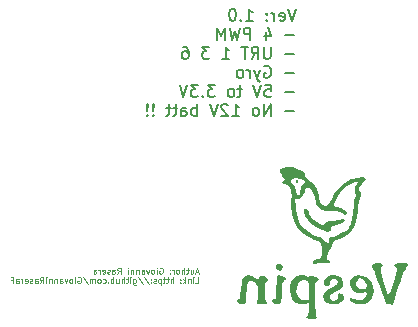
<source format=gbr>
%TF.GenerationSoftware,KiCad,Pcbnew,6.0.7-f9a2dced07~116~ubuntu22.04.1*%
%TF.CreationDate,2022-08-22T17:29:25+02:00*%
%TF.ProjectId,DroneHardware,44726f6e-6548-4617-9264-776172652e6b,rev?*%
%TF.SameCoordinates,Original*%
%TF.FileFunction,Legend,Bot*%
%TF.FilePolarity,Positive*%
%FSLAX46Y46*%
G04 Gerber Fmt 4.6, Leading zero omitted, Abs format (unit mm)*
G04 Created by KiCad (PCBNEW 6.0.7-f9a2dced07~116~ubuntu22.04.1) date 2022-08-22 17:29:25*
%MOMM*%
%LPD*%
G01*
G04 APERTURE LIST*
%ADD10C,0.150000*%
%ADD11C,0.100000*%
G04 APERTURE END LIST*
D10*
X153907261Y-87067380D02*
X153573928Y-88067380D01*
X153240595Y-87067380D01*
X152526309Y-88019761D02*
X152621547Y-88067380D01*
X152812023Y-88067380D01*
X152907261Y-88019761D01*
X152954880Y-87924523D01*
X152954880Y-87543571D01*
X152907261Y-87448333D01*
X152812023Y-87400714D01*
X152621547Y-87400714D01*
X152526309Y-87448333D01*
X152478690Y-87543571D01*
X152478690Y-87638809D01*
X152954880Y-87734047D01*
X152050119Y-88067380D02*
X152050119Y-87400714D01*
X152050119Y-87591190D02*
X152002500Y-87495952D01*
X151954880Y-87448333D01*
X151859642Y-87400714D01*
X151764404Y-87400714D01*
X151431071Y-87972142D02*
X151383452Y-88019761D01*
X151431071Y-88067380D01*
X151478690Y-88019761D01*
X151431071Y-87972142D01*
X151431071Y-88067380D01*
X151431071Y-87448333D02*
X151383452Y-87495952D01*
X151431071Y-87543571D01*
X151478690Y-87495952D01*
X151431071Y-87448333D01*
X151431071Y-87543571D01*
X149669166Y-88067380D02*
X150240595Y-88067380D01*
X149954880Y-88067380D02*
X149954880Y-87067380D01*
X150050119Y-87210238D01*
X150145357Y-87305476D01*
X150240595Y-87353095D01*
X149240595Y-87972142D02*
X149192976Y-88019761D01*
X149240595Y-88067380D01*
X149288214Y-88019761D01*
X149240595Y-87972142D01*
X149240595Y-88067380D01*
X148573928Y-87067380D02*
X148478690Y-87067380D01*
X148383452Y-87115000D01*
X148335833Y-87162619D01*
X148288214Y-87257857D01*
X148240595Y-87448333D01*
X148240595Y-87686428D01*
X148288214Y-87876904D01*
X148335833Y-87972142D01*
X148383452Y-88019761D01*
X148478690Y-88067380D01*
X148573928Y-88067380D01*
X148669166Y-88019761D01*
X148716785Y-87972142D01*
X148764404Y-87876904D01*
X148812023Y-87686428D01*
X148812023Y-87448333D01*
X148764404Y-87257857D01*
X148716785Y-87162619D01*
X148669166Y-87115000D01*
X148573928Y-87067380D01*
X153764404Y-89296428D02*
X153002500Y-89296428D01*
X151335833Y-89010714D02*
X151335833Y-89677380D01*
X151573928Y-88629761D02*
X151812023Y-89344047D01*
X151192976Y-89344047D01*
X150050119Y-89677380D02*
X150050119Y-88677380D01*
X149669166Y-88677380D01*
X149573928Y-88725000D01*
X149526309Y-88772619D01*
X149478690Y-88867857D01*
X149478690Y-89010714D01*
X149526309Y-89105952D01*
X149573928Y-89153571D01*
X149669166Y-89201190D01*
X150050119Y-89201190D01*
X149145357Y-88677380D02*
X148907261Y-89677380D01*
X148716785Y-88963095D01*
X148526309Y-89677380D01*
X148288214Y-88677380D01*
X147907261Y-89677380D02*
X147907261Y-88677380D01*
X147573928Y-89391666D01*
X147240595Y-88677380D01*
X147240595Y-89677380D01*
X153764404Y-90906428D02*
X153002500Y-90906428D01*
X151764404Y-90287380D02*
X151764404Y-91096904D01*
X151716785Y-91192142D01*
X151669166Y-91239761D01*
X151573928Y-91287380D01*
X151383452Y-91287380D01*
X151288214Y-91239761D01*
X151240595Y-91192142D01*
X151192976Y-91096904D01*
X151192976Y-90287380D01*
X150145357Y-91287380D02*
X150478690Y-90811190D01*
X150716785Y-91287380D02*
X150716785Y-90287380D01*
X150335833Y-90287380D01*
X150240595Y-90335000D01*
X150192976Y-90382619D01*
X150145357Y-90477857D01*
X150145357Y-90620714D01*
X150192976Y-90715952D01*
X150240595Y-90763571D01*
X150335833Y-90811190D01*
X150716785Y-90811190D01*
X149859642Y-90287380D02*
X149288214Y-90287380D01*
X149573928Y-91287380D02*
X149573928Y-90287380D01*
X147669166Y-91287380D02*
X148240595Y-91287380D01*
X147954880Y-91287380D02*
X147954880Y-90287380D01*
X148050119Y-90430238D01*
X148145357Y-90525476D01*
X148240595Y-90573095D01*
X146573928Y-90287380D02*
X145954880Y-90287380D01*
X146288214Y-90668333D01*
X146145357Y-90668333D01*
X146050119Y-90715952D01*
X146002500Y-90763571D01*
X145954880Y-90858809D01*
X145954880Y-91096904D01*
X146002500Y-91192142D01*
X146050119Y-91239761D01*
X146145357Y-91287380D01*
X146431071Y-91287380D01*
X146526309Y-91239761D01*
X146573928Y-91192142D01*
X144335833Y-90287380D02*
X144526309Y-90287380D01*
X144621547Y-90335000D01*
X144669166Y-90382619D01*
X144764404Y-90525476D01*
X144812023Y-90715952D01*
X144812023Y-91096904D01*
X144764404Y-91192142D01*
X144716785Y-91239761D01*
X144621547Y-91287380D01*
X144431071Y-91287380D01*
X144335833Y-91239761D01*
X144288214Y-91192142D01*
X144240595Y-91096904D01*
X144240595Y-90858809D01*
X144288214Y-90763571D01*
X144335833Y-90715952D01*
X144431071Y-90668333D01*
X144621547Y-90668333D01*
X144716785Y-90715952D01*
X144764404Y-90763571D01*
X144812023Y-90858809D01*
X153764404Y-92516428D02*
X153002500Y-92516428D01*
X151240595Y-91945000D02*
X151335833Y-91897380D01*
X151478690Y-91897380D01*
X151621547Y-91945000D01*
X151716785Y-92040238D01*
X151764404Y-92135476D01*
X151812023Y-92325952D01*
X151812023Y-92468809D01*
X151764404Y-92659285D01*
X151716785Y-92754523D01*
X151621547Y-92849761D01*
X151478690Y-92897380D01*
X151383452Y-92897380D01*
X151240595Y-92849761D01*
X151192976Y-92802142D01*
X151192976Y-92468809D01*
X151383452Y-92468809D01*
X150859642Y-92230714D02*
X150621547Y-92897380D01*
X150383452Y-92230714D02*
X150621547Y-92897380D01*
X150716785Y-93135476D01*
X150764404Y-93183095D01*
X150859642Y-93230714D01*
X150002500Y-92897380D02*
X150002500Y-92230714D01*
X150002500Y-92421190D02*
X149954880Y-92325952D01*
X149907261Y-92278333D01*
X149812023Y-92230714D01*
X149716785Y-92230714D01*
X149240595Y-92897380D02*
X149335833Y-92849761D01*
X149383452Y-92802142D01*
X149431071Y-92706904D01*
X149431071Y-92421190D01*
X149383452Y-92325952D01*
X149335833Y-92278333D01*
X149240595Y-92230714D01*
X149097738Y-92230714D01*
X149002500Y-92278333D01*
X148954880Y-92325952D01*
X148907261Y-92421190D01*
X148907261Y-92706904D01*
X148954880Y-92802142D01*
X149002500Y-92849761D01*
X149097738Y-92897380D01*
X149240595Y-92897380D01*
X153764404Y-94126428D02*
X153002500Y-94126428D01*
X151288214Y-93507380D02*
X151764404Y-93507380D01*
X151812023Y-93983571D01*
X151764404Y-93935952D01*
X151669166Y-93888333D01*
X151431071Y-93888333D01*
X151335833Y-93935952D01*
X151288214Y-93983571D01*
X151240595Y-94078809D01*
X151240595Y-94316904D01*
X151288214Y-94412142D01*
X151335833Y-94459761D01*
X151431071Y-94507380D01*
X151669166Y-94507380D01*
X151764404Y-94459761D01*
X151812023Y-94412142D01*
X150954880Y-93507380D02*
X150621547Y-94507380D01*
X150288214Y-93507380D01*
X149335833Y-93840714D02*
X148954880Y-93840714D01*
X149192976Y-93507380D02*
X149192976Y-94364523D01*
X149145357Y-94459761D01*
X149050119Y-94507380D01*
X148954880Y-94507380D01*
X148478690Y-94507380D02*
X148573928Y-94459761D01*
X148621547Y-94412142D01*
X148669166Y-94316904D01*
X148669166Y-94031190D01*
X148621547Y-93935952D01*
X148573928Y-93888333D01*
X148478690Y-93840714D01*
X148335833Y-93840714D01*
X148240595Y-93888333D01*
X148192976Y-93935952D01*
X148145357Y-94031190D01*
X148145357Y-94316904D01*
X148192976Y-94412142D01*
X148240595Y-94459761D01*
X148335833Y-94507380D01*
X148478690Y-94507380D01*
X147050119Y-93507380D02*
X146431071Y-93507380D01*
X146764404Y-93888333D01*
X146621547Y-93888333D01*
X146526309Y-93935952D01*
X146478690Y-93983571D01*
X146431071Y-94078809D01*
X146431071Y-94316904D01*
X146478690Y-94412142D01*
X146526309Y-94459761D01*
X146621547Y-94507380D01*
X146907261Y-94507380D01*
X147002500Y-94459761D01*
X147050119Y-94412142D01*
X146002500Y-94412142D02*
X145954880Y-94459761D01*
X146002500Y-94507380D01*
X146050119Y-94459761D01*
X146002500Y-94412142D01*
X146002500Y-94507380D01*
X145621547Y-93507380D02*
X145002500Y-93507380D01*
X145335833Y-93888333D01*
X145192976Y-93888333D01*
X145097738Y-93935952D01*
X145050119Y-93983571D01*
X145002500Y-94078809D01*
X145002500Y-94316904D01*
X145050119Y-94412142D01*
X145097738Y-94459761D01*
X145192976Y-94507380D01*
X145478690Y-94507380D01*
X145573928Y-94459761D01*
X145621547Y-94412142D01*
X144716785Y-93507380D02*
X144383452Y-94507380D01*
X144050119Y-93507380D01*
X153764404Y-95736428D02*
X153002500Y-95736428D01*
X151764404Y-96117380D02*
X151764404Y-95117380D01*
X151192976Y-96117380D01*
X151192976Y-95117380D01*
X150573928Y-96117380D02*
X150669166Y-96069761D01*
X150716785Y-96022142D01*
X150764404Y-95926904D01*
X150764404Y-95641190D01*
X150716785Y-95545952D01*
X150669166Y-95498333D01*
X150573928Y-95450714D01*
X150431071Y-95450714D01*
X150335833Y-95498333D01*
X150288214Y-95545952D01*
X150240595Y-95641190D01*
X150240595Y-95926904D01*
X150288214Y-96022142D01*
X150335833Y-96069761D01*
X150431071Y-96117380D01*
X150573928Y-96117380D01*
X148526309Y-96117380D02*
X149097738Y-96117380D01*
X148812023Y-96117380D02*
X148812023Y-95117380D01*
X148907261Y-95260238D01*
X149002500Y-95355476D01*
X149097738Y-95403095D01*
X148145357Y-95212619D02*
X148097738Y-95165000D01*
X148002500Y-95117380D01*
X147764404Y-95117380D01*
X147669166Y-95165000D01*
X147621547Y-95212619D01*
X147573928Y-95307857D01*
X147573928Y-95403095D01*
X147621547Y-95545952D01*
X148192976Y-96117380D01*
X147573928Y-96117380D01*
X147288214Y-95117380D02*
X146954880Y-96117380D01*
X146621547Y-95117380D01*
X145526309Y-96117380D02*
X145526309Y-95117380D01*
X145526309Y-95498333D02*
X145431071Y-95450714D01*
X145240595Y-95450714D01*
X145145357Y-95498333D01*
X145097738Y-95545952D01*
X145050119Y-95641190D01*
X145050119Y-95926904D01*
X145097738Y-96022142D01*
X145145357Y-96069761D01*
X145240595Y-96117380D01*
X145431071Y-96117380D01*
X145526309Y-96069761D01*
X144192976Y-96117380D02*
X144192976Y-95593571D01*
X144240595Y-95498333D01*
X144335833Y-95450714D01*
X144526309Y-95450714D01*
X144621547Y-95498333D01*
X144192976Y-96069761D02*
X144288214Y-96117380D01*
X144526309Y-96117380D01*
X144621547Y-96069761D01*
X144669166Y-95974523D01*
X144669166Y-95879285D01*
X144621547Y-95784047D01*
X144526309Y-95736428D01*
X144288214Y-95736428D01*
X144192976Y-95688809D01*
X143859642Y-95450714D02*
X143478690Y-95450714D01*
X143716785Y-95117380D02*
X143716785Y-95974523D01*
X143669166Y-96069761D01*
X143573928Y-96117380D01*
X143478690Y-96117380D01*
X143288214Y-95450714D02*
X142907261Y-95450714D01*
X143145357Y-95117380D02*
X143145357Y-95974523D01*
X143097738Y-96069761D01*
X143002500Y-96117380D01*
X142907261Y-96117380D01*
X141812023Y-96022142D02*
X141764404Y-96069761D01*
X141812023Y-96117380D01*
X141859642Y-96069761D01*
X141812023Y-96022142D01*
X141812023Y-96117380D01*
X141812023Y-95736428D02*
X141859642Y-95165000D01*
X141812023Y-95117380D01*
X141764404Y-95165000D01*
X141812023Y-95736428D01*
X141812023Y-95117380D01*
X141335833Y-96022142D02*
X141288214Y-96069761D01*
X141335833Y-96117380D01*
X141383452Y-96069761D01*
X141335833Y-96022142D01*
X141335833Y-96117380D01*
X141335833Y-95736428D02*
X141383452Y-95165000D01*
X141335833Y-95117380D01*
X141288214Y-95165000D01*
X141335833Y-95736428D01*
X141335833Y-95117380D01*
D11*
X145649761Y-109330833D02*
X145411666Y-109330833D01*
X145697380Y-109473690D02*
X145530714Y-108973690D01*
X145364047Y-109473690D01*
X144983095Y-109140357D02*
X144983095Y-109473690D01*
X145197380Y-109140357D02*
X145197380Y-109402261D01*
X145173571Y-109449880D01*
X145125952Y-109473690D01*
X145054523Y-109473690D01*
X145006904Y-109449880D01*
X144983095Y-109426071D01*
X144816428Y-109140357D02*
X144625952Y-109140357D01*
X144745000Y-108973690D02*
X144745000Y-109402261D01*
X144721190Y-109449880D01*
X144673571Y-109473690D01*
X144625952Y-109473690D01*
X144459285Y-109473690D02*
X144459285Y-108973690D01*
X144245000Y-109473690D02*
X144245000Y-109211785D01*
X144268809Y-109164166D01*
X144316428Y-109140357D01*
X144387857Y-109140357D01*
X144435476Y-109164166D01*
X144459285Y-109187976D01*
X143935476Y-109473690D02*
X143983095Y-109449880D01*
X144006904Y-109426071D01*
X144030714Y-109378452D01*
X144030714Y-109235595D01*
X144006904Y-109187976D01*
X143983095Y-109164166D01*
X143935476Y-109140357D01*
X143864047Y-109140357D01*
X143816428Y-109164166D01*
X143792619Y-109187976D01*
X143768809Y-109235595D01*
X143768809Y-109378452D01*
X143792619Y-109426071D01*
X143816428Y-109449880D01*
X143864047Y-109473690D01*
X143935476Y-109473690D01*
X143554523Y-109473690D02*
X143554523Y-109140357D01*
X143554523Y-109235595D02*
X143530714Y-109187976D01*
X143506904Y-109164166D01*
X143459285Y-109140357D01*
X143411666Y-109140357D01*
X143245000Y-109426071D02*
X143221190Y-109449880D01*
X143245000Y-109473690D01*
X143268809Y-109449880D01*
X143245000Y-109426071D01*
X143245000Y-109473690D01*
X143245000Y-109164166D02*
X143221190Y-109187976D01*
X143245000Y-109211785D01*
X143268809Y-109187976D01*
X143245000Y-109164166D01*
X143245000Y-109211785D01*
X142364047Y-108997500D02*
X142411666Y-108973690D01*
X142483095Y-108973690D01*
X142554523Y-108997500D01*
X142602142Y-109045119D01*
X142625952Y-109092738D01*
X142649761Y-109187976D01*
X142649761Y-109259404D01*
X142625952Y-109354642D01*
X142602142Y-109402261D01*
X142554523Y-109449880D01*
X142483095Y-109473690D01*
X142435476Y-109473690D01*
X142364047Y-109449880D01*
X142340238Y-109426071D01*
X142340238Y-109259404D01*
X142435476Y-109259404D01*
X142125952Y-109473690D02*
X142125952Y-109140357D01*
X142125952Y-108973690D02*
X142149761Y-108997500D01*
X142125952Y-109021309D01*
X142102142Y-108997500D01*
X142125952Y-108973690D01*
X142125952Y-109021309D01*
X141816428Y-109473690D02*
X141864047Y-109449880D01*
X141887857Y-109426071D01*
X141911666Y-109378452D01*
X141911666Y-109235595D01*
X141887857Y-109187976D01*
X141864047Y-109164166D01*
X141816428Y-109140357D01*
X141745000Y-109140357D01*
X141697380Y-109164166D01*
X141673571Y-109187976D01*
X141649761Y-109235595D01*
X141649761Y-109378452D01*
X141673571Y-109426071D01*
X141697380Y-109449880D01*
X141745000Y-109473690D01*
X141816428Y-109473690D01*
X141483095Y-109140357D02*
X141364047Y-109473690D01*
X141245000Y-109140357D01*
X140840238Y-109473690D02*
X140840238Y-109211785D01*
X140864047Y-109164166D01*
X140911666Y-109140357D01*
X141006904Y-109140357D01*
X141054523Y-109164166D01*
X140840238Y-109449880D02*
X140887857Y-109473690D01*
X141006904Y-109473690D01*
X141054523Y-109449880D01*
X141078333Y-109402261D01*
X141078333Y-109354642D01*
X141054523Y-109307023D01*
X141006904Y-109283214D01*
X140887857Y-109283214D01*
X140840238Y-109259404D01*
X140602142Y-109140357D02*
X140602142Y-109473690D01*
X140602142Y-109187976D02*
X140578333Y-109164166D01*
X140530714Y-109140357D01*
X140459285Y-109140357D01*
X140411666Y-109164166D01*
X140387857Y-109211785D01*
X140387857Y-109473690D01*
X140149761Y-109140357D02*
X140149761Y-109473690D01*
X140149761Y-109187976D02*
X140125952Y-109164166D01*
X140078333Y-109140357D01*
X140006904Y-109140357D01*
X139959285Y-109164166D01*
X139935476Y-109211785D01*
X139935476Y-109473690D01*
X139697380Y-109473690D02*
X139697380Y-109140357D01*
X139697380Y-108973690D02*
X139721190Y-108997500D01*
X139697380Y-109021309D01*
X139673571Y-108997500D01*
X139697380Y-108973690D01*
X139697380Y-109021309D01*
X138792619Y-109473690D02*
X138959285Y-109235595D01*
X139078333Y-109473690D02*
X139078333Y-108973690D01*
X138887857Y-108973690D01*
X138840238Y-108997500D01*
X138816428Y-109021309D01*
X138792619Y-109068928D01*
X138792619Y-109140357D01*
X138816428Y-109187976D01*
X138840238Y-109211785D01*
X138887857Y-109235595D01*
X139078333Y-109235595D01*
X138364047Y-109473690D02*
X138364047Y-109211785D01*
X138387857Y-109164166D01*
X138435476Y-109140357D01*
X138530714Y-109140357D01*
X138578333Y-109164166D01*
X138364047Y-109449880D02*
X138411666Y-109473690D01*
X138530714Y-109473690D01*
X138578333Y-109449880D01*
X138602142Y-109402261D01*
X138602142Y-109354642D01*
X138578333Y-109307023D01*
X138530714Y-109283214D01*
X138411666Y-109283214D01*
X138364047Y-109259404D01*
X138149761Y-109449880D02*
X138102142Y-109473690D01*
X138006904Y-109473690D01*
X137959285Y-109449880D01*
X137935476Y-109402261D01*
X137935476Y-109378452D01*
X137959285Y-109330833D01*
X138006904Y-109307023D01*
X138078333Y-109307023D01*
X138125952Y-109283214D01*
X138149761Y-109235595D01*
X138149761Y-109211785D01*
X138125952Y-109164166D01*
X138078333Y-109140357D01*
X138006904Y-109140357D01*
X137959285Y-109164166D01*
X137530714Y-109449880D02*
X137578333Y-109473690D01*
X137673571Y-109473690D01*
X137721190Y-109449880D01*
X137745000Y-109402261D01*
X137745000Y-109211785D01*
X137721190Y-109164166D01*
X137673571Y-109140357D01*
X137578333Y-109140357D01*
X137530714Y-109164166D01*
X137506904Y-109211785D01*
X137506904Y-109259404D01*
X137745000Y-109307023D01*
X137292619Y-109473690D02*
X137292619Y-109140357D01*
X137292619Y-109235595D02*
X137268809Y-109187976D01*
X137245000Y-109164166D01*
X137197380Y-109140357D01*
X137149761Y-109140357D01*
X136768809Y-109473690D02*
X136768809Y-109211785D01*
X136792619Y-109164166D01*
X136840238Y-109140357D01*
X136935476Y-109140357D01*
X136983095Y-109164166D01*
X136768809Y-109449880D02*
X136816428Y-109473690D01*
X136935476Y-109473690D01*
X136983095Y-109449880D01*
X137006904Y-109402261D01*
X137006904Y-109354642D01*
X136983095Y-109307023D01*
X136935476Y-109283214D01*
X136816428Y-109283214D01*
X136768809Y-109259404D01*
X145387857Y-110278690D02*
X145625952Y-110278690D01*
X145625952Y-109778690D01*
X145221190Y-110278690D02*
X145221190Y-109945357D01*
X145221190Y-109778690D02*
X145245000Y-109802500D01*
X145221190Y-109826309D01*
X145197380Y-109802500D01*
X145221190Y-109778690D01*
X145221190Y-109826309D01*
X144983095Y-109945357D02*
X144983095Y-110278690D01*
X144983095Y-109992976D02*
X144959285Y-109969166D01*
X144911666Y-109945357D01*
X144840238Y-109945357D01*
X144792619Y-109969166D01*
X144768809Y-110016785D01*
X144768809Y-110278690D01*
X144530714Y-110278690D02*
X144530714Y-109778690D01*
X144483095Y-110088214D02*
X144340238Y-110278690D01*
X144340238Y-109945357D02*
X144530714Y-110135833D01*
X144125952Y-110231071D02*
X144102142Y-110254880D01*
X144125952Y-110278690D01*
X144149761Y-110254880D01*
X144125952Y-110231071D01*
X144125952Y-110278690D01*
X144125952Y-109969166D02*
X144102142Y-109992976D01*
X144125952Y-110016785D01*
X144149761Y-109992976D01*
X144125952Y-109969166D01*
X144125952Y-110016785D01*
X143506904Y-110278690D02*
X143506904Y-109778690D01*
X143292619Y-110278690D02*
X143292619Y-110016785D01*
X143316428Y-109969166D01*
X143364047Y-109945357D01*
X143435476Y-109945357D01*
X143483095Y-109969166D01*
X143506904Y-109992976D01*
X143125952Y-109945357D02*
X142935476Y-109945357D01*
X143054523Y-109778690D02*
X143054523Y-110207261D01*
X143030714Y-110254880D01*
X142983095Y-110278690D01*
X142935476Y-110278690D01*
X142840238Y-109945357D02*
X142649761Y-109945357D01*
X142768809Y-109778690D02*
X142768809Y-110207261D01*
X142745000Y-110254880D01*
X142697380Y-110278690D01*
X142649761Y-110278690D01*
X142483095Y-109945357D02*
X142483095Y-110445357D01*
X142483095Y-109969166D02*
X142435476Y-109945357D01*
X142340238Y-109945357D01*
X142292619Y-109969166D01*
X142268809Y-109992976D01*
X142245000Y-110040595D01*
X142245000Y-110183452D01*
X142268809Y-110231071D01*
X142292619Y-110254880D01*
X142340238Y-110278690D01*
X142435476Y-110278690D01*
X142483095Y-110254880D01*
X142054523Y-110254880D02*
X142006904Y-110278690D01*
X141911666Y-110278690D01*
X141864047Y-110254880D01*
X141840238Y-110207261D01*
X141840238Y-110183452D01*
X141864047Y-110135833D01*
X141911666Y-110112023D01*
X141983095Y-110112023D01*
X142030714Y-110088214D01*
X142054523Y-110040595D01*
X142054523Y-110016785D01*
X142030714Y-109969166D01*
X141983095Y-109945357D01*
X141911666Y-109945357D01*
X141864047Y-109969166D01*
X141625952Y-110231071D02*
X141602142Y-110254880D01*
X141625952Y-110278690D01*
X141649761Y-110254880D01*
X141625952Y-110231071D01*
X141625952Y-110278690D01*
X141625952Y-109969166D02*
X141602142Y-109992976D01*
X141625952Y-110016785D01*
X141649761Y-109992976D01*
X141625952Y-109969166D01*
X141625952Y-110016785D01*
X141030714Y-109754880D02*
X141459285Y-110397738D01*
X140506904Y-109754880D02*
X140935476Y-110397738D01*
X140125952Y-109945357D02*
X140125952Y-110350119D01*
X140149761Y-110397738D01*
X140173571Y-110421547D01*
X140221190Y-110445357D01*
X140292619Y-110445357D01*
X140340238Y-110421547D01*
X140125952Y-110254880D02*
X140173571Y-110278690D01*
X140268809Y-110278690D01*
X140316428Y-110254880D01*
X140340238Y-110231071D01*
X140364047Y-110183452D01*
X140364047Y-110040595D01*
X140340238Y-109992976D01*
X140316428Y-109969166D01*
X140268809Y-109945357D01*
X140173571Y-109945357D01*
X140125952Y-109969166D01*
X139887857Y-110278690D02*
X139887857Y-109945357D01*
X139887857Y-109778690D02*
X139911666Y-109802500D01*
X139887857Y-109826309D01*
X139864047Y-109802500D01*
X139887857Y-109778690D01*
X139887857Y-109826309D01*
X139721190Y-109945357D02*
X139530714Y-109945357D01*
X139649761Y-109778690D02*
X139649761Y-110207261D01*
X139625952Y-110254880D01*
X139578333Y-110278690D01*
X139530714Y-110278690D01*
X139364047Y-110278690D02*
X139364047Y-109778690D01*
X139149761Y-110278690D02*
X139149761Y-110016785D01*
X139173571Y-109969166D01*
X139221190Y-109945357D01*
X139292619Y-109945357D01*
X139340238Y-109969166D01*
X139364047Y-109992976D01*
X138697380Y-109945357D02*
X138697380Y-110278690D01*
X138911666Y-109945357D02*
X138911666Y-110207261D01*
X138887857Y-110254880D01*
X138840238Y-110278690D01*
X138768809Y-110278690D01*
X138721190Y-110254880D01*
X138697380Y-110231071D01*
X138459285Y-110278690D02*
X138459285Y-109778690D01*
X138459285Y-109969166D02*
X138411666Y-109945357D01*
X138316428Y-109945357D01*
X138268809Y-109969166D01*
X138245000Y-109992976D01*
X138221190Y-110040595D01*
X138221190Y-110183452D01*
X138245000Y-110231071D01*
X138268809Y-110254880D01*
X138316428Y-110278690D01*
X138411666Y-110278690D01*
X138459285Y-110254880D01*
X138006904Y-110231071D02*
X137983095Y-110254880D01*
X138006904Y-110278690D01*
X138030714Y-110254880D01*
X138006904Y-110231071D01*
X138006904Y-110278690D01*
X137554523Y-110254880D02*
X137602142Y-110278690D01*
X137697380Y-110278690D01*
X137745000Y-110254880D01*
X137768809Y-110231071D01*
X137792619Y-110183452D01*
X137792619Y-110040595D01*
X137768809Y-109992976D01*
X137745000Y-109969166D01*
X137697380Y-109945357D01*
X137602142Y-109945357D01*
X137554523Y-109969166D01*
X137268809Y-110278690D02*
X137316428Y-110254880D01*
X137340238Y-110231071D01*
X137364047Y-110183452D01*
X137364047Y-110040595D01*
X137340238Y-109992976D01*
X137316428Y-109969166D01*
X137268809Y-109945357D01*
X137197380Y-109945357D01*
X137149761Y-109969166D01*
X137125952Y-109992976D01*
X137102142Y-110040595D01*
X137102142Y-110183452D01*
X137125952Y-110231071D01*
X137149761Y-110254880D01*
X137197380Y-110278690D01*
X137268809Y-110278690D01*
X136887857Y-110278690D02*
X136887857Y-109945357D01*
X136887857Y-109992976D02*
X136864047Y-109969166D01*
X136816428Y-109945357D01*
X136745000Y-109945357D01*
X136697380Y-109969166D01*
X136673571Y-110016785D01*
X136673571Y-110278690D01*
X136673571Y-110016785D02*
X136649761Y-109969166D01*
X136602142Y-109945357D01*
X136530714Y-109945357D01*
X136483095Y-109969166D01*
X136459285Y-110016785D01*
X136459285Y-110278690D01*
X135864047Y-109754880D02*
X136292619Y-110397738D01*
X135435476Y-109802500D02*
X135483095Y-109778690D01*
X135554523Y-109778690D01*
X135625952Y-109802500D01*
X135673571Y-109850119D01*
X135697380Y-109897738D01*
X135721190Y-109992976D01*
X135721190Y-110064404D01*
X135697380Y-110159642D01*
X135673571Y-110207261D01*
X135625952Y-110254880D01*
X135554523Y-110278690D01*
X135506904Y-110278690D01*
X135435476Y-110254880D01*
X135411666Y-110231071D01*
X135411666Y-110064404D01*
X135506904Y-110064404D01*
X135197380Y-110278690D02*
X135197380Y-109945357D01*
X135197380Y-109778690D02*
X135221190Y-109802500D01*
X135197380Y-109826309D01*
X135173571Y-109802500D01*
X135197380Y-109778690D01*
X135197380Y-109826309D01*
X134887857Y-110278690D02*
X134935476Y-110254880D01*
X134959285Y-110231071D01*
X134983095Y-110183452D01*
X134983095Y-110040595D01*
X134959285Y-109992976D01*
X134935476Y-109969166D01*
X134887857Y-109945357D01*
X134816428Y-109945357D01*
X134768809Y-109969166D01*
X134745000Y-109992976D01*
X134721190Y-110040595D01*
X134721190Y-110183452D01*
X134745000Y-110231071D01*
X134768809Y-110254880D01*
X134816428Y-110278690D01*
X134887857Y-110278690D01*
X134554523Y-109945357D02*
X134435476Y-110278690D01*
X134316428Y-109945357D01*
X133911666Y-110278690D02*
X133911666Y-110016785D01*
X133935476Y-109969166D01*
X133983095Y-109945357D01*
X134078333Y-109945357D01*
X134125952Y-109969166D01*
X133911666Y-110254880D02*
X133959285Y-110278690D01*
X134078333Y-110278690D01*
X134125952Y-110254880D01*
X134149761Y-110207261D01*
X134149761Y-110159642D01*
X134125952Y-110112023D01*
X134078333Y-110088214D01*
X133959285Y-110088214D01*
X133911666Y-110064404D01*
X133673571Y-109945357D02*
X133673571Y-110278690D01*
X133673571Y-109992976D02*
X133649761Y-109969166D01*
X133602142Y-109945357D01*
X133530714Y-109945357D01*
X133483095Y-109969166D01*
X133459285Y-110016785D01*
X133459285Y-110278690D01*
X133221190Y-109945357D02*
X133221190Y-110278690D01*
X133221190Y-109992976D02*
X133197380Y-109969166D01*
X133149761Y-109945357D01*
X133078333Y-109945357D01*
X133030714Y-109969166D01*
X133006904Y-110016785D01*
X133006904Y-110278690D01*
X132768809Y-110278690D02*
X132768809Y-109945357D01*
X132768809Y-109778690D02*
X132792619Y-109802500D01*
X132768809Y-109826309D01*
X132745000Y-109802500D01*
X132768809Y-109778690D01*
X132768809Y-109826309D01*
X132245000Y-110278690D02*
X132411666Y-110040595D01*
X132530714Y-110278690D02*
X132530714Y-109778690D01*
X132340238Y-109778690D01*
X132292619Y-109802500D01*
X132268809Y-109826309D01*
X132245000Y-109873928D01*
X132245000Y-109945357D01*
X132268809Y-109992976D01*
X132292619Y-110016785D01*
X132340238Y-110040595D01*
X132530714Y-110040595D01*
X131816428Y-110278690D02*
X131816428Y-110016785D01*
X131840238Y-109969166D01*
X131887857Y-109945357D01*
X131983095Y-109945357D01*
X132030714Y-109969166D01*
X131816428Y-110254880D02*
X131864047Y-110278690D01*
X131983095Y-110278690D01*
X132030714Y-110254880D01*
X132054523Y-110207261D01*
X132054523Y-110159642D01*
X132030714Y-110112023D01*
X131983095Y-110088214D01*
X131864047Y-110088214D01*
X131816428Y-110064404D01*
X131602142Y-110254880D02*
X131554523Y-110278690D01*
X131459285Y-110278690D01*
X131411666Y-110254880D01*
X131387857Y-110207261D01*
X131387857Y-110183452D01*
X131411666Y-110135833D01*
X131459285Y-110112023D01*
X131530714Y-110112023D01*
X131578333Y-110088214D01*
X131602142Y-110040595D01*
X131602142Y-110016785D01*
X131578333Y-109969166D01*
X131530714Y-109945357D01*
X131459285Y-109945357D01*
X131411666Y-109969166D01*
X130983095Y-110254880D02*
X131030714Y-110278690D01*
X131125952Y-110278690D01*
X131173571Y-110254880D01*
X131197380Y-110207261D01*
X131197380Y-110016785D01*
X131173571Y-109969166D01*
X131125952Y-109945357D01*
X131030714Y-109945357D01*
X130983095Y-109969166D01*
X130959285Y-110016785D01*
X130959285Y-110064404D01*
X131197380Y-110112023D01*
X130745000Y-110278690D02*
X130745000Y-109945357D01*
X130745000Y-110040595D02*
X130721190Y-109992976D01*
X130697380Y-109969166D01*
X130649761Y-109945357D01*
X130602142Y-109945357D01*
X130221190Y-110278690D02*
X130221190Y-110016785D01*
X130245000Y-109969166D01*
X130292619Y-109945357D01*
X130387857Y-109945357D01*
X130435476Y-109969166D01*
X130221190Y-110254880D02*
X130268809Y-110278690D01*
X130387857Y-110278690D01*
X130435476Y-110254880D01*
X130459285Y-110207261D01*
X130459285Y-110159642D01*
X130435476Y-110112023D01*
X130387857Y-110088214D01*
X130268809Y-110088214D01*
X130221190Y-110064404D01*
X129816428Y-110016785D02*
X129983095Y-110016785D01*
X129983095Y-110278690D02*
X129983095Y-109778690D01*
X129745000Y-109778690D01*
%TO.C,G\u002A\u002A\u002A*%
G36*
X160481955Y-110964717D02*
G01*
X160451360Y-111293708D01*
X160346072Y-111547113D01*
X160150435Y-111782754D01*
X160138473Y-111794674D01*
X159912954Y-111987955D01*
X159695531Y-112075096D01*
X159391196Y-112095195D01*
X159295981Y-112093338D01*
X158951177Y-112036035D01*
X158676930Y-111880355D01*
X158496764Y-111695421D01*
X158469163Y-111565453D01*
X158592360Y-111524120D01*
X158851880Y-111595029D01*
X158881471Y-111607070D01*
X159145968Y-111692538D01*
X159356030Y-111727536D01*
X159411472Y-111722365D01*
X159643667Y-111610703D01*
X159832934Y-111404574D01*
X159911159Y-111172125D01*
X159910121Y-111127944D01*
X159869330Y-111034268D01*
X159733152Y-111080096D01*
X159525737Y-111154331D01*
X159187540Y-111146654D01*
X158875406Y-111010104D01*
X158628789Y-110774862D01*
X158487143Y-110471111D01*
X158487546Y-110421545D01*
X159031794Y-110421545D01*
X159115626Y-110627791D01*
X159288957Y-110748979D01*
X159439215Y-110785295D01*
X159716684Y-110810139D01*
X159866360Y-110733252D01*
X159911159Y-110547201D01*
X159889627Y-110412331D01*
X159758006Y-110162623D01*
X159554106Y-109966415D01*
X159333285Y-109886957D01*
X159286515Y-109890860D01*
X159120315Y-109993238D01*
X159034383Y-110190080D01*
X159031794Y-110421545D01*
X158487546Y-110421545D01*
X158489921Y-110129031D01*
X158637433Y-109840869D01*
X158884059Y-109668174D01*
X159193994Y-109604942D01*
X159532128Y-109642387D01*
X159863350Y-109771721D01*
X160152550Y-109984157D01*
X160364617Y-110270909D01*
X160442909Y-110547201D01*
X160464441Y-110623189D01*
X160481955Y-110964717D01*
G37*
G36*
X157247665Y-109636727D02*
G01*
X157411479Y-109664227D01*
X157696015Y-109770486D01*
X157844051Y-109956504D01*
X157886522Y-110252078D01*
X157886516Y-110256555D01*
X157857492Y-110503489D01*
X157750397Y-110697388D01*
X157533057Y-110875353D01*
X157173297Y-111074481D01*
X156995171Y-111173731D01*
X156829244Y-111323078D01*
X156782174Y-111493133D01*
X156785564Y-111543235D01*
X156885008Y-111724616D01*
X157086128Y-111791791D01*
X157340043Y-111724488D01*
X157474286Y-111606842D01*
X157493905Y-111395092D01*
X157489091Y-111200072D01*
X157587329Y-111112433D01*
X157792591Y-111174345D01*
X157861953Y-111223315D01*
X157967208Y-111424122D01*
X157938533Y-111671540D01*
X157777140Y-111908009D01*
X157757438Y-111925646D01*
X157508317Y-112055853D01*
X157145348Y-112095652D01*
X156899701Y-112077869D01*
X156537682Y-111955410D01*
X156309430Y-111726342D01*
X156230000Y-111402073D01*
X156249089Y-111212980D01*
X156348739Y-111036649D01*
X156573465Y-110856579D01*
X156669801Y-110793945D01*
X156889725Y-110671740D01*
X157030025Y-110623189D01*
X157156164Y-110570549D01*
X157324742Y-110428240D01*
X157379484Y-110366046D01*
X157453407Y-110213936D01*
X157397348Y-110056783D01*
X157298135Y-109954846D01*
X157058261Y-109906623D01*
X156972723Y-109922339D01*
X156849460Y-110014954D01*
X156799350Y-110232065D01*
X156766115Y-110377106D01*
X156642514Y-110522517D01*
X156477694Y-110515121D01*
X156320169Y-110343625D01*
X156260760Y-110129341D01*
X156333828Y-109902102D01*
X156540713Y-109730499D01*
X156854349Y-109635164D01*
X157247665Y-109636727D01*
G37*
G36*
X154042079Y-101588311D02*
G01*
X154074008Y-101635838D01*
X154067319Y-101788406D01*
X154021316Y-101837470D01*
X153908501Y-101804443D01*
X153876572Y-101756916D01*
X153883261Y-101604348D01*
X153929264Y-101555284D01*
X154042079Y-101588311D01*
G37*
G36*
X159344902Y-102084272D02*
G01*
X159226900Y-102269530D01*
X159214328Y-102389389D01*
X159303183Y-102513822D01*
X159383921Y-102619753D01*
X159441779Y-102858495D01*
X159326387Y-103125356D01*
X159303149Y-103171144D01*
X159240997Y-103398949D01*
X159186378Y-103737950D01*
X159148620Y-104135145D01*
X159138810Y-104264829D01*
X159088570Y-104688885D01*
X159019184Y-105067551D01*
X158942586Y-105331522D01*
X158823974Y-105571780D01*
X158449378Y-106046312D01*
X157951604Y-106401601D01*
X157357355Y-106616009D01*
X157330821Y-106622011D01*
X157121111Y-106712828D01*
X157058261Y-106863453D01*
X157055365Y-106896696D01*
X156980478Y-107104627D01*
X156835939Y-107339293D01*
X156713430Y-107530114D01*
X156592231Y-107807393D01*
X156532238Y-108062710D01*
X156542956Y-108249817D01*
X156633889Y-108322464D01*
X156708583Y-108342994D01*
X156782174Y-108472269D01*
X156766690Y-108545923D01*
X156667599Y-108589310D01*
X156437065Y-108569036D01*
X156427048Y-108567548D01*
X156092398Y-108554695D01*
X155769855Y-108593868D01*
X155507476Y-108654833D01*
X155367210Y-108668971D01*
X155316486Y-108625495D01*
X155309710Y-108516764D01*
X155314797Y-108468647D01*
X155410600Y-108352740D01*
X155654608Y-108278245D01*
X155690438Y-108271341D01*
X155927220Y-108202492D01*
X156061585Y-108084180D01*
X156121907Y-107871813D01*
X156136562Y-107520795D01*
X156129008Y-107338667D01*
X156034007Y-106983882D01*
X155817330Y-106754234D01*
X155462798Y-106628290D01*
X155312229Y-106582418D01*
X154972865Y-106402282D01*
X154605745Y-106133825D01*
X154262744Y-105817203D01*
X153995735Y-105492576D01*
X153768548Y-105039543D01*
X153600597Y-104448453D01*
X153515160Y-103793019D01*
X153522929Y-103168841D01*
X153811859Y-103168841D01*
X153874557Y-103860736D01*
X153901831Y-104104634D01*
X154041096Y-104742124D01*
X154276561Y-105257389D01*
X154621930Y-105683864D01*
X154678189Y-105736408D01*
X154982444Y-105974367D01*
X155320884Y-106183894D01*
X155636860Y-106333040D01*
X155873722Y-106389855D01*
X155908881Y-106396118D01*
X156078000Y-106491721D01*
X156276015Y-106665942D01*
X156439753Y-106826304D01*
X156591615Y-106924703D01*
X156668701Y-106874505D01*
X156690145Y-106676184D01*
X156708544Y-106508288D01*
X156804108Y-106407378D01*
X157030171Y-106346550D01*
X157332858Y-106264889D01*
X157763929Y-106077794D01*
X158144557Y-105838745D01*
X158408551Y-105584346D01*
X158415804Y-105574274D01*
X158568512Y-105262281D01*
X158692742Y-104824439D01*
X158776255Y-104315839D01*
X158806812Y-103791571D01*
X158811580Y-103665709D01*
X158860252Y-103334671D01*
X158944518Y-103077464D01*
X159020580Y-102874150D01*
X158990532Y-102754502D01*
X158917618Y-102621459D01*
X158903057Y-102385141D01*
X158946022Y-102120630D01*
X159042103Y-101900912D01*
X159052466Y-101885958D01*
X159123659Y-101752255D01*
X159081802Y-101707565D01*
X158910514Y-101751218D01*
X158593410Y-101882542D01*
X158241059Y-102075063D01*
X157758259Y-102504186D01*
X157376233Y-103084961D01*
X157234464Y-103389350D01*
X157161971Y-103637476D01*
X157196822Y-103772337D01*
X157338014Y-103813044D01*
X157477614Y-103833387D01*
X157729147Y-103922991D01*
X157981790Y-104054782D01*
X158176602Y-104196439D01*
X158254638Y-104315642D01*
X158205369Y-104468495D01*
X158045448Y-104490887D01*
X157777018Y-104367573D01*
X157627336Y-104290898D01*
X157308720Y-104206742D01*
X156874203Y-104181160D01*
X156540956Y-104162615D01*
X156089918Y-104053449D01*
X155780400Y-103851556D01*
X155624289Y-103562819D01*
X155615816Y-103525836D01*
X155495799Y-103034512D01*
X155391381Y-102692699D01*
X155288899Y-102470249D01*
X155174688Y-102337015D01*
X155035084Y-102262850D01*
X154868549Y-102215594D01*
X154767739Y-102255506D01*
X154710974Y-102435102D01*
X154680575Y-102546203D01*
X154520653Y-102862157D01*
X154296242Y-103084681D01*
X154047946Y-103168841D01*
X153811859Y-103168841D01*
X153522929Y-103168841D01*
X153523422Y-103129211D01*
X153535675Y-102964483D01*
X153524928Y-102477189D01*
X153425260Y-102141157D01*
X153231871Y-101946129D01*
X152939964Y-101881844D01*
X152789514Y-101856013D01*
X152743732Y-101759279D01*
X152868547Y-101606336D01*
X152873322Y-101602334D01*
X152878794Y-101594886D01*
X153448250Y-101594886D01*
X153470800Y-101684470D01*
X153613400Y-101849835D01*
X153630271Y-101868834D01*
X153796769Y-102140864D01*
X153896306Y-102447431D01*
X153907356Y-102506848D01*
X153980927Y-102718027D01*
X154073650Y-102800725D01*
X154124719Y-102797409D01*
X154217521Y-102746613D01*
X154283053Y-102600216D01*
X154345715Y-102314621D01*
X154355180Y-102270598D01*
X154454746Y-102013452D01*
X154590482Y-101842072D01*
X154616673Y-101823551D01*
X154703690Y-101741074D01*
X154662434Y-101671013D01*
X154473649Y-101568236D01*
X154320727Y-101501619D01*
X153913751Y-101425240D01*
X153560053Y-101512911D01*
X153536937Y-101525439D01*
X153448250Y-101594886D01*
X152878794Y-101594886D01*
X152940798Y-101510495D01*
X152910230Y-101389361D01*
X152768928Y-101185307D01*
X152698040Y-101088022D01*
X152568169Y-100837030D01*
X152592692Y-100663558D01*
X152780954Y-100549914D01*
X153142299Y-100478407D01*
X153153145Y-100477060D01*
X153490218Y-100448812D01*
X153701533Y-100470495D01*
X153838548Y-100547193D01*
X153955147Y-100624056D01*
X154172012Y-100684058D01*
X154242958Y-100688993D01*
X154467829Y-100770773D01*
X154617067Y-100917960D01*
X154637404Y-101084697D01*
X154649125Y-101227843D01*
X154829517Y-101397100D01*
X154877251Y-101428816D01*
X155219211Y-101741074D01*
X155327208Y-101839690D01*
X155654096Y-102354899D01*
X155827596Y-102927937D01*
X155845553Y-103035709D01*
X155964809Y-103423178D01*
X156150969Y-103648241D01*
X156411479Y-103721015D01*
X156560910Y-103703852D01*
X156680339Y-103626777D01*
X156800301Y-103453023D01*
X156955569Y-103145833D01*
X157147186Y-102780215D01*
X157560213Y-102196572D01*
X158038502Y-101773697D01*
X158597881Y-101499300D01*
X159254181Y-101361090D01*
X159439107Y-101343530D01*
X159675905Y-101335761D01*
X159789743Y-101366723D01*
X159819131Y-101441926D01*
X159796456Y-101536258D01*
X159676791Y-101699942D01*
X159670618Y-101705162D01*
X159625597Y-101752255D01*
X159515940Y-101866958D01*
X159344902Y-102084272D01*
G37*
G36*
X150212271Y-109666489D02*
G01*
X150468376Y-109822764D01*
X150490303Y-109844673D01*
X150627494Y-109969087D01*
X150699548Y-109967949D01*
X150764561Y-109845771D01*
X150804282Y-109783146D01*
X150986296Y-109687349D01*
X151221199Y-109709584D01*
X151444134Y-109849495D01*
X151485062Y-109893013D01*
X151530000Y-110000433D01*
X151421486Y-110109792D01*
X151373754Y-110167554D01*
X151299004Y-110389610D01*
X151256228Y-110705015D01*
X151245753Y-111058906D01*
X151267905Y-111396422D01*
X151323011Y-111662699D01*
X151411399Y-111802874D01*
X151485051Y-111868498D01*
X151497997Y-111991505D01*
X151470792Y-112016671D01*
X151298277Y-112073122D01*
X151041429Y-112095652D01*
X150649227Y-112095652D01*
X150688313Y-111336413D01*
X150694613Y-111206826D01*
X150702442Y-110861719D01*
X150682573Y-110633726D01*
X150626843Y-110471601D01*
X150527092Y-110324094D01*
X150411673Y-110206750D01*
X150182955Y-110088291D01*
X149971305Y-110094438D01*
X149828885Y-110232065D01*
X149814115Y-110279082D01*
X149774781Y-110500636D01*
X149735875Y-110832176D01*
X149704003Y-111221377D01*
X149698630Y-111303448D01*
X149671775Y-111666631D01*
X149640948Y-111889220D01*
X149592815Y-112007804D01*
X149514038Y-112058966D01*
X149391283Y-112079295D01*
X149186014Y-112071095D01*
X149000160Y-111999005D01*
X148969866Y-111971495D01*
X148876758Y-111815219D01*
X148898055Y-111689345D01*
X149028732Y-111654480D01*
X149127281Y-111641134D01*
X149184836Y-111526010D01*
X149212179Y-111267391D01*
X149240780Y-110838690D01*
X149301013Y-110302490D01*
X149380136Y-109940965D01*
X149479072Y-109748858D01*
X149615413Y-109660496D01*
X149902999Y-109610536D01*
X150212271Y-109666489D01*
G37*
G36*
X154888892Y-104063744D02*
G01*
X154976783Y-104288083D01*
X155040536Y-104459355D01*
X155199339Y-104696713D01*
X155416561Y-104932180D01*
X155662003Y-105143214D01*
X155905469Y-105307276D01*
X156116759Y-105401825D01*
X156265679Y-105404321D01*
X156322029Y-105292224D01*
X156328186Y-105251182D01*
X156458780Y-105121411D01*
X156743818Y-105038553D01*
X157163042Y-105009420D01*
X157379193Y-104983200D01*
X157599493Y-104902867D01*
X157726857Y-104853623D01*
X157937212Y-104860437D01*
X158032090Y-104903593D01*
X158045105Y-104969854D01*
X157926396Y-105101534D01*
X157832512Y-105171803D01*
X157574048Y-105298966D01*
X157262890Y-105402277D01*
X157066333Y-105459222D01*
X156883660Y-105533047D01*
X156837122Y-105585866D01*
X156859093Y-105632078D01*
X156842446Y-105787698D01*
X156818980Y-105832494D01*
X156648376Y-105919919D01*
X156347794Y-105878020D01*
X155916779Y-105706758D01*
X155797206Y-105646453D01*
X155323599Y-105333977D01*
X154942141Y-104962952D01*
X154697922Y-104575239D01*
X154679981Y-104531712D01*
X154586190Y-104226690D01*
X154607874Y-104052495D01*
X154746033Y-103997102D01*
X154888892Y-104063744D01*
G37*
G36*
X152694054Y-109654645D02*
G01*
X152924252Y-109782329D01*
X153135995Y-109953789D01*
X152934447Y-110061654D01*
X152855667Y-110112460D01*
X152789519Y-110202170D01*
X152752535Y-110357346D01*
X152736426Y-110617502D01*
X152732899Y-111022151D01*
X152732874Y-111045219D01*
X152719077Y-111507994D01*
X152681502Y-111828050D01*
X152622464Y-111985218D01*
X152478503Y-112068856D01*
X152215154Y-112081339D01*
X151954182Y-111971570D01*
X151937255Y-111958455D01*
X151845700Y-111808933D01*
X151898956Y-111686480D01*
X152072628Y-111656074D01*
X152077304Y-111656793D01*
X152143723Y-111645061D01*
X152189195Y-111567756D01*
X152219003Y-111395258D01*
X152238430Y-111097945D01*
X152252761Y-110646196D01*
X152261823Y-110308308D01*
X152276213Y-109972808D01*
X152299363Y-109766972D01*
X152338700Y-109659143D01*
X152401652Y-109617662D01*
X152495645Y-109610870D01*
X152694054Y-109654645D01*
G37*
G36*
X162888199Y-108598605D02*
G01*
X163215559Y-108616376D01*
X163375191Y-108674819D01*
X163380585Y-108786829D01*
X163245231Y-108965297D01*
X163191016Y-109051766D01*
X163076377Y-109300085D01*
X162928499Y-109666821D01*
X162760597Y-110118757D01*
X162585886Y-110622673D01*
X162089572Y-112105055D01*
X161807189Y-112077347D01*
X161802898Y-112076924D01*
X161699227Y-112060947D01*
X161614329Y-112019720D01*
X161535222Y-111928398D01*
X161448925Y-111762139D01*
X161342456Y-111496101D01*
X161202834Y-111105442D01*
X161017077Y-110565320D01*
X160887283Y-110192590D01*
X160718960Y-109728985D01*
X160571062Y-109343525D01*
X160456050Y-109068409D01*
X160386389Y-108935837D01*
X160340104Y-108872772D01*
X160317584Y-108721943D01*
X160466925Y-108629778D01*
X160785435Y-108598551D01*
X161004122Y-108614468D01*
X161207642Y-108676873D01*
X161282021Y-108769620D01*
X161199852Y-108874461D01*
X161123217Y-108985543D01*
X161084529Y-109196284D01*
X161109467Y-109366154D01*
X161176320Y-109647637D01*
X161272414Y-109998965D01*
X161385071Y-110378830D01*
X161501614Y-110745925D01*
X161609365Y-111058941D01*
X161695648Y-111276570D01*
X161747786Y-111357505D01*
X161762305Y-111339586D01*
X161826616Y-111190473D01*
X161924708Y-110923329D01*
X162043490Y-110578233D01*
X162169872Y-110195265D01*
X162290764Y-109814506D01*
X162393075Y-109476035D01*
X162463715Y-109219932D01*
X162489592Y-109086276D01*
X162465852Y-109015177D01*
X162337007Y-108891329D01*
X162311766Y-108876351D01*
X162222423Y-108770053D01*
X162296401Y-108681547D01*
X162515500Y-108620993D01*
X162861518Y-108598551D01*
X162888199Y-108598605D01*
G37*
G36*
X154598430Y-109624016D02*
G01*
X154846479Y-109699044D01*
X154919051Y-109730936D01*
X155082663Y-109700388D01*
X155157161Y-109671300D01*
X155357744Y-109675994D01*
X155589940Y-109731399D01*
X155781928Y-109817720D01*
X155861884Y-109915160D01*
X155817902Y-110013405D01*
X155669327Y-110146994D01*
X155650503Y-110159018D01*
X155580519Y-110217900D01*
X155534093Y-110306291D01*
X155507964Y-110455073D01*
X155498870Y-110695126D01*
X155503549Y-111057333D01*
X155518738Y-111572573D01*
X155523924Y-111721432D01*
X155545971Y-112198384D01*
X155572960Y-112611282D01*
X155601950Y-112920137D01*
X155630000Y-113084964D01*
X155651486Y-113156423D01*
X155643987Y-113247745D01*
X155533628Y-113284955D01*
X155279860Y-113292029D01*
X155124000Y-113287451D01*
X154876265Y-113241773D01*
X154798893Y-113149855D01*
X154896593Y-113015101D01*
X154904737Y-113007824D01*
X154957802Y-112919298D01*
X154994724Y-112754791D01*
X155018001Y-112487310D01*
X155030134Y-112089860D01*
X155033623Y-111535448D01*
X155033543Y-111365951D01*
X155030928Y-110883860D01*
X155021717Y-110547583D01*
X155002014Y-110327411D01*
X154967923Y-110193634D01*
X154915548Y-110116542D01*
X154840994Y-110066427D01*
X154746800Y-110025130D01*
X154472391Y-110007794D01*
X154236280Y-110130424D01*
X154058138Y-110360052D01*
X153957641Y-110663712D01*
X153954461Y-111008438D01*
X154068271Y-111361262D01*
X154202343Y-111565164D01*
X154455902Y-111748158D01*
X154751940Y-111755665D01*
X154797217Y-111744786D01*
X154919587Y-111752074D01*
X154927104Y-111875426D01*
X154905017Y-111927536D01*
X154747349Y-112034431D01*
X154494991Y-112085276D01*
X154208927Y-112072908D01*
X153950145Y-111990166D01*
X153862069Y-111935303D01*
X153604803Y-111652055D01*
X153447482Y-111273300D01*
X153392083Y-110846603D01*
X153440585Y-110419528D01*
X153594964Y-110039639D01*
X153857198Y-109754500D01*
X153974667Y-109693554D01*
X154277036Y-109623913D01*
X154598430Y-109624016D01*
G37*
G36*
X152630133Y-108684834D02*
G01*
X152742559Y-108764182D01*
X152818835Y-108939345D01*
X152714493Y-109132319D01*
X152545307Y-109230692D01*
X152350757Y-109208176D01*
X152223482Y-109048434D01*
X152204910Y-108952857D01*
X152257703Y-108752162D01*
X152415669Y-108648314D01*
X152630133Y-108684834D01*
G37*
%TD*%
M02*

</source>
